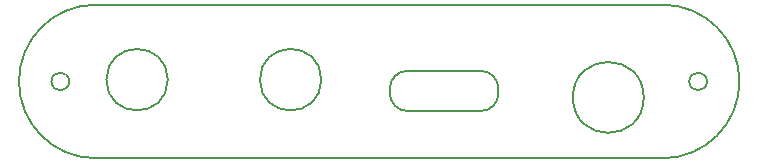
<source format=gbr>
%TF.GenerationSoftware,KiCad,Pcbnew,6.0.4-6f826c9f35~116~ubuntu21.10.1*%
%TF.CreationDate,2022-09-08T13:47:43+02:00*%
%TF.ProjectId,knot_backpanel,6b6e6f74-5f62-4616-936b-70616e656c2e,rev?*%
%TF.SameCoordinates,Original*%
%TF.FileFunction,Profile,NP*%
%FSLAX46Y46*%
G04 Gerber Fmt 4.6, Leading zero omitted, Abs format (unit mm)*
G04 Created by KiCad (PCBNEW 6.0.4-6f826c9f35~116~ubuntu21.10.1) date 2022-09-08 13:47:43*
%MOMM*%
%LPD*%
G01*
G04 APERTURE LIST*
%TA.AperFunction,Profile*%
%ADD10C,0.150000*%
%TD*%
G04 APERTURE END LIST*
D10*
X95100000Y-93350000D02*
G75*
G03*
X95100000Y-93350000I-2600000J0D01*
G01*
X100900000Y-94100000D02*
X100900000Y-94500000D01*
X108600000Y-96000000D02*
G75*
G03*
X110100000Y-94500000I0J1500000D01*
G01*
X110100000Y-94100000D02*
X110100000Y-94500000D01*
X100900000Y-94500000D02*
G75*
G03*
X102400000Y-96000000I1500000J0D01*
G01*
X110100000Y-94100000D02*
G75*
G03*
X108600000Y-92600000I-1500000J0D01*
G01*
X108600000Y-92600000D02*
X102400000Y-92600000D01*
X102400000Y-92600000D02*
G75*
G03*
X100900000Y-94100000I0J-1500000D01*
G01*
X108600000Y-96000000D02*
X102400000Y-96000000D01*
X82100000Y-93350000D02*
G75*
G03*
X82100000Y-93350000I-2600000J0D01*
G01*
X76000000Y-100000000D02*
X124000000Y-100000000D01*
X124000000Y-100000000D02*
G75*
G03*
X124000000Y-87000000I0J6500000D01*
G01*
X76000000Y-87000000D02*
G75*
G03*
X76000000Y-100000000I0J-6500000D01*
G01*
X122400000Y-94850000D02*
G75*
G03*
X122400000Y-94850000I-3000000J0D01*
G01*
X76000000Y-87000000D02*
X124000000Y-87000000D01*
X73750000Y-93500000D02*
G75*
G03*
X73750000Y-93500000I-750000J0D01*
G01*
X127750000Y-93500000D02*
G75*
G03*
X127750000Y-93500000I-750000J0D01*
G01*
M02*

</source>
